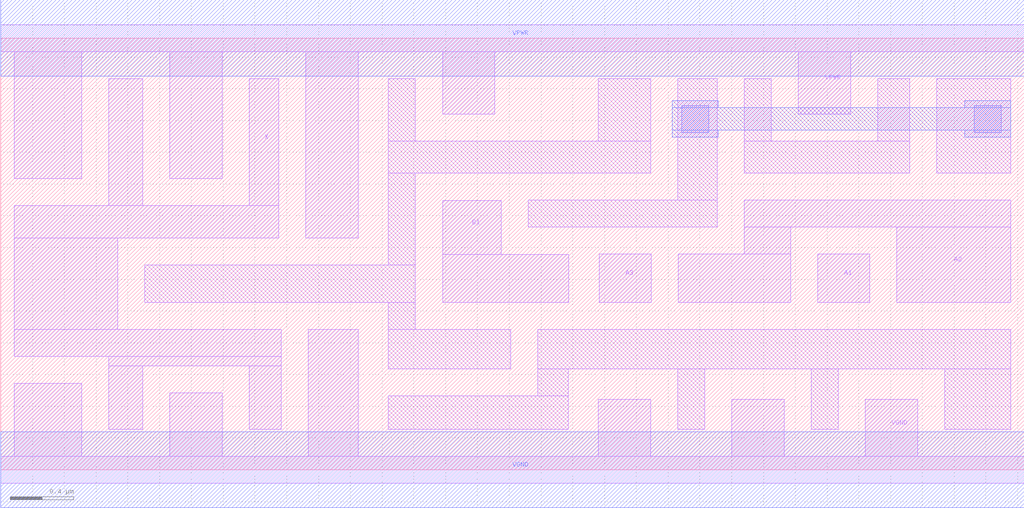
<source format=lef>
# Copyright 2020 The SkyWater PDK Authors
#
# Licensed under the Apache License, Version 2.0 (the "License");
# you may not use this file except in compliance with the License.
# You may obtain a copy of the License at
#
#     https://www.apache.org/licenses/LICENSE-2.0
#
# Unless required by applicable law or agreed to in writing, software
# distributed under the License is distributed on an "AS IS" BASIS,
# WITHOUT WARRANTIES OR CONDITIONS OF ANY KIND, either express or implied.
# See the License for the specific language governing permissions and
# limitations under the License.
#
# SPDX-License-Identifier: Apache-2.0

VERSION 5.5 ;
NAMESCASESENSITIVE ON ;
BUSBITCHARS "[]" ;
DIVIDERCHAR "/" ;
MACRO sky130_fd_sc_hd__o31a_4
  CLASS CORE ;
  SOURCE USER ;
  ORIGIN  0.000000  0.000000 ;
  SIZE  6.440000 BY  2.720000 ;
  SYMMETRY X Y R90 ;
  SITE unithd ;
  PIN A1
    ANTENNAGATEAREA  0.495000 ;
    DIRECTION INPUT ;
    USE SIGNAL ;
    PORT
      LAYER li1 ;
        RECT 5.140000 1.055000 5.470000 1.360000 ;
    END
  END A1
  PIN A2
    ANTENNAGATEAREA  0.495000 ;
    DIRECTION INPUT ;
    USE SIGNAL ;
    PORT
      LAYER li1 ;
        RECT 4.265000 1.055000 4.970000 1.360000 ;
        RECT 4.680000 1.360000 4.970000 1.530000 ;
        RECT 4.680000 1.530000 6.355000 1.700000 ;
        RECT 5.640000 1.055000 6.355000 1.530000 ;
    END
  END A2
  PIN A3
    ANTENNAGATEAREA  0.495000 ;
    DIRECTION INPUT ;
    USE SIGNAL ;
    PORT
      LAYER li1 ;
        RECT 3.765000 1.055000 4.095000 1.360000 ;
    END
  END A3
  PIN B1
    ANTENNAGATEAREA  0.495000 ;
    DIRECTION INPUT ;
    USE SIGNAL ;
    PORT
      LAYER li1 ;
        RECT 2.780000 1.055000 3.575000 1.355000 ;
        RECT 2.780000 1.355000 3.150000 1.695000 ;
    END
  END B1
  PIN X
    ANTENNADIFFAREA  0.891000 ;
    DIRECTION OUTPUT ;
    USE SIGNAL ;
    PORT
      LAYER li1 ;
        RECT 0.085000 0.715000 1.765000 0.885000 ;
        RECT 0.085000 0.885000 0.735000 1.460000 ;
        RECT 0.085000 1.460000 1.750000 1.665000 ;
        RECT 0.680000 0.255000 0.895000 0.655000 ;
        RECT 0.680000 0.655000 1.765000 0.715000 ;
        RECT 0.680000 1.665000 0.895000 2.465000 ;
        RECT 1.565000 0.255000 1.765000 0.655000 ;
        RECT 1.565000 1.665000 1.750000 2.465000 ;
    END
  END X
  PIN VGND
    DIRECTION INOUT ;
    SHAPE ABUTMENT ;
    USE GROUND ;
    PORT
      LAYER li1 ;
        RECT 0.000000 -0.085000 6.440000 0.085000 ;
        RECT 0.085000  0.085000 0.510000 0.545000 ;
        RECT 1.065000  0.085000 1.395000 0.485000 ;
        RECT 1.935000  0.085000 2.250000 0.885000 ;
        RECT 3.760000  0.085000 4.090000 0.445000 ;
        RECT 4.600000  0.085000 4.930000 0.445000 ;
        RECT 5.440000  0.085000 5.770000 0.445000 ;
    END
    PORT
      LAYER met1 ;
        RECT 0.000000 -0.240000 6.440000 0.240000 ;
    END
  END VGND
  PIN VPWR
    DIRECTION INOUT ;
    SHAPE ABUTMENT ;
    USE POWER ;
    PORT
      LAYER li1 ;
        RECT 0.000000 2.635000 6.440000 2.805000 ;
        RECT 0.085000 1.835000 0.510000 2.635000 ;
        RECT 1.065000 1.835000 1.395000 2.635000 ;
        RECT 1.920000 1.460000 2.250000 2.635000 ;
        RECT 2.780000 2.240000 3.110000 2.635000 ;
        RECT 5.020000 2.240000 5.350000 2.635000 ;
    END
    PORT
      LAYER met1 ;
        RECT 0.000000 2.480000 6.440000 2.960000 ;
    END
  END VPWR
  OBS
    LAYER li1 ;
      RECT 0.905000 1.055000 2.610000 1.290000 ;
      RECT 2.440000 0.255000 3.570000 0.465000 ;
      RECT 2.440000 0.635000 3.210000 0.885000 ;
      RECT 2.440000 0.885000 2.610000 1.055000 ;
      RECT 2.440000 1.290000 2.610000 1.870000 ;
      RECT 2.440000 1.870000 4.090000 2.070000 ;
      RECT 2.440000 2.070000 2.610000 2.465000 ;
      RECT 3.320000 1.530000 4.510000 1.700000 ;
      RECT 3.380000 0.465000 3.570000 0.635000 ;
      RECT 3.380000 0.635000 6.355000 0.885000 ;
      RECT 3.760000 2.070000 4.090000 2.465000 ;
      RECT 4.260000 0.255000 4.430000 0.635000 ;
      RECT 4.260000 1.700000 4.510000 2.465000 ;
      RECT 4.680000 1.870000 5.720000 2.070000 ;
      RECT 4.680000 2.070000 4.850000 2.465000 ;
      RECT 5.100000 0.255000 5.270000 0.635000 ;
      RECT 5.520000 2.070000 5.720000 2.465000 ;
      RECT 5.890000 1.870000 6.355000 2.465000 ;
      RECT 5.940000 0.255000 6.355000 0.635000 ;
    LAYER mcon ;
      RECT 4.285000 2.125000 4.455000 2.295000 ;
      RECT 6.125000 2.125000 6.295000 2.295000 ;
    LAYER met1 ;
      RECT 4.225000 2.095000 4.515000 2.140000 ;
      RECT 4.225000 2.140000 6.355000 2.280000 ;
      RECT 4.225000 2.280000 4.515000 2.325000 ;
      RECT 6.065000 2.095000 6.355000 2.140000 ;
      RECT 6.065000 2.280000 6.355000 2.325000 ;
  END
END sky130_fd_sc_hd__o31a_4

</source>
